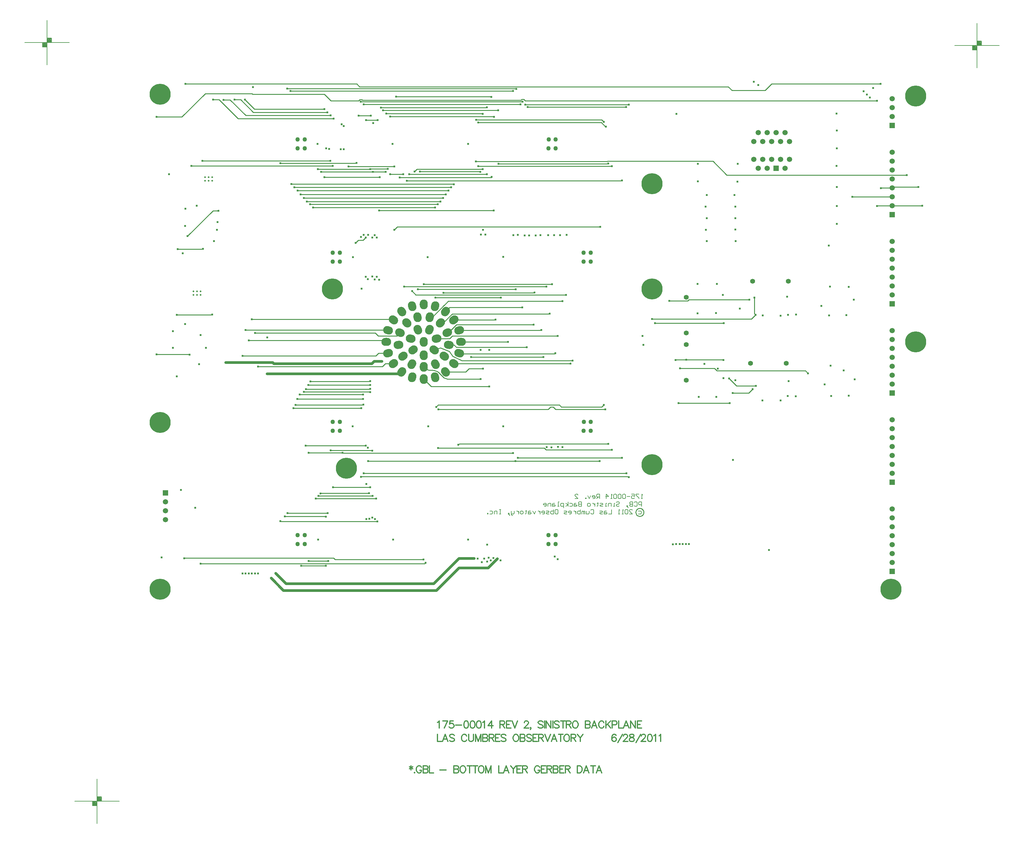
<source format=gbl>
%FSLAX23Y23*%
%MOIN*%
G70*
G01*
G75*
G04 Layer_Physical_Order=12*
G04 Layer_Color=16711680*
%ADD10R,0.037X0.035*%
%ADD11R,0.037X0.035*%
%ADD12R,0.043X0.085*%
%ADD13R,0.043X0.085*%
%ADD14R,0.138X0.085*%
%ADD15R,0.135X0.070*%
%ADD16R,0.100X0.100*%
%ADD17R,0.078X0.048*%
%ADD18R,0.050X0.050*%
%ADD19R,0.050X0.050*%
%ADD20R,0.209X0.079*%
%ADD21O,0.098X0.028*%
%ADD22R,0.016X0.085*%
%ADD23R,0.709X0.020*%
%ADD24O,0.028X0.098*%
%ADD25R,0.070X0.135*%
%ADD26C,0.010*%
%ADD27C,0.030*%
%ADD28C,0.050*%
%ADD29C,0.012*%
%ADD30C,0.008*%
%ADD31C,0.012*%
%ADD32C,0.012*%
%ADD33C,0.020*%
%ADD34C,0.050*%
G04:AMPARAMS|DCode=35|XSize=90mil|YSize=110mil|CornerRadius=0mil|HoleSize=0mil|Usage=FLASHONLY|Rotation=162.000|XOffset=0mil|YOffset=0mil|HoleType=Round|Shape=Round|*
%AMOVALD35*
21,1,0.020,0.090,0.000,0.000,252.0*
1,1,0.090,0.003,0.010*
1,1,0.090,-0.003,-0.010*
%
%ADD35OVALD35*%

G04:AMPARAMS|DCode=36|XSize=90mil|YSize=110mil|CornerRadius=0mil|HoleSize=0mil|Usage=FLASHONLY|Rotation=144.000|XOffset=0mil|YOffset=0mil|HoleType=Round|Shape=Round|*
%AMOVALD36*
21,1,0.020,0.090,0.000,0.000,234.0*
1,1,0.090,0.006,0.008*
1,1,0.090,-0.006,-0.008*
%
%ADD36OVALD36*%

G04:AMPARAMS|DCode=37|XSize=90mil|YSize=110mil|CornerRadius=0mil|HoleSize=0mil|Usage=FLASHONLY|Rotation=126.000|XOffset=0mil|YOffset=0mil|HoleType=Round|Shape=Round|*
%AMOVALD37*
21,1,0.020,0.090,0.000,0.000,216.0*
1,1,0.090,0.008,0.006*
1,1,0.090,-0.008,-0.006*
%
%ADD37OVALD37*%

G04:AMPARAMS|DCode=38|XSize=90mil|YSize=110mil|CornerRadius=0mil|HoleSize=0mil|Usage=FLASHONLY|Rotation=108.000|XOffset=0mil|YOffset=0mil|HoleType=Round|Shape=Round|*
%AMOVALD38*
21,1,0.020,0.090,0.000,0.000,198.0*
1,1,0.090,0.010,0.003*
1,1,0.090,-0.010,-0.003*
%
%ADD38OVALD38*%

%ADD39O,0.110X0.090*%
G04:AMPARAMS|DCode=40|XSize=90mil|YSize=110mil|CornerRadius=0mil|HoleSize=0mil|Usage=FLASHONLY|Rotation=72.000|XOffset=0mil|YOffset=0mil|HoleType=Round|Shape=Round|*
%AMOVALD40*
21,1,0.020,0.090,0.000,0.000,162.0*
1,1,0.090,0.010,-0.003*
1,1,0.090,-0.010,0.003*
%
%ADD40OVALD40*%

G04:AMPARAMS|DCode=41|XSize=90mil|YSize=110mil|CornerRadius=0mil|HoleSize=0mil|Usage=FLASHONLY|Rotation=54.000|XOffset=0mil|YOffset=0mil|HoleType=Round|Shape=Round|*
%AMOVALD41*
21,1,0.020,0.090,0.000,0.000,144.0*
1,1,0.090,0.008,-0.006*
1,1,0.090,-0.008,0.006*
%
%ADD41OVALD41*%

G04:AMPARAMS|DCode=42|XSize=90mil|YSize=110mil|CornerRadius=0mil|HoleSize=0mil|Usage=FLASHONLY|Rotation=36.000|XOffset=0mil|YOffset=0mil|HoleType=Round|Shape=Round|*
%AMOVALD42*
21,1,0.020,0.090,0.000,0.000,126.0*
1,1,0.090,0.006,-0.008*
1,1,0.090,-0.006,0.008*
%
%ADD42OVALD42*%

G04:AMPARAMS|DCode=43|XSize=90mil|YSize=110mil|CornerRadius=0mil|HoleSize=0mil|Usage=FLASHONLY|Rotation=18.000|XOffset=0mil|YOffset=0mil|HoleType=Round|Shape=Round|*
%AMOVALD43*
21,1,0.020,0.090,0.000,0.000,108.0*
1,1,0.090,0.003,-0.010*
1,1,0.090,-0.003,0.010*
%
%ADD43OVALD43*%

%ADD44O,0.090X0.110*%
G04:AMPARAMS|DCode=45|XSize=90mil|YSize=110mil|CornerRadius=0mil|HoleSize=0mil|Usage=FLASHONLY|Rotation=152.304|XOffset=0mil|YOffset=0mil|HoleType=Round|Shape=Round|*
%AMOVALD45*
21,1,0.020,0.090,0.000,0.000,242.3*
1,1,0.090,0.005,0.009*
1,1,0.090,-0.005,-0.009*
%
%ADD45OVALD45*%

G04:AMPARAMS|DCode=46|XSize=90mil|YSize=110mil|CornerRadius=0mil|HoleSize=0mil|Usage=FLASHONLY|Rotation=124.612|XOffset=0mil|YOffset=0mil|HoleType=Round|Shape=Round|*
%AMOVALD46*
21,1,0.020,0.090,0.000,0.000,214.6*
1,1,0.090,0.008,0.006*
1,1,0.090,-0.008,-0.006*
%
%ADD46OVALD46*%

G04:AMPARAMS|DCode=47|XSize=90mil|YSize=110mil|CornerRadius=0mil|HoleSize=0mil|Usage=FLASHONLY|Rotation=96.920|XOffset=0mil|YOffset=0mil|HoleType=Round|Shape=Round|*
%AMOVALD47*
21,1,0.020,0.090,0.000,0.000,186.9*
1,1,0.090,0.010,0.001*
1,1,0.090,-0.010,-0.001*
%
%ADD47OVALD47*%

G04:AMPARAMS|DCode=48|XSize=90mil|YSize=110mil|CornerRadius=0mil|HoleSize=0mil|Usage=FLASHONLY|Rotation=69.228|XOffset=0mil|YOffset=0mil|HoleType=Round|Shape=Round|*
%AMOVALD48*
21,1,0.020,0.090,0.000,0.000,159.2*
1,1,0.090,0.009,-0.004*
1,1,0.090,-0.009,0.004*
%
%ADD48OVALD48*%

G04:AMPARAMS|DCode=49|XSize=90mil|YSize=110mil|CornerRadius=0mil|HoleSize=0mil|Usage=FLASHONLY|Rotation=41.536|XOffset=0mil|YOffset=0mil|HoleType=Round|Shape=Round|*
%AMOVALD49*
21,1,0.020,0.090,0.000,0.000,131.5*
1,1,0.090,0.007,-0.007*
1,1,0.090,-0.007,0.007*
%
%ADD49OVALD49*%

G04:AMPARAMS|DCode=50|XSize=90mil|YSize=110mil|CornerRadius=0mil|HoleSize=0mil|Usage=FLASHONLY|Rotation=13.844|XOffset=0mil|YOffset=0mil|HoleType=Round|Shape=Round|*
%AMOVALD50*
21,1,0.020,0.090,0.000,0.000,103.8*
1,1,0.090,0.002,-0.010*
1,1,0.090,-0.002,0.010*
%
%ADD50OVALD50*%

G04:AMPARAMS|DCode=51|XSize=90mil|YSize=110mil|CornerRadius=0mil|HoleSize=0mil|Usage=FLASHONLY|Rotation=346.152|XOffset=0mil|YOffset=0mil|HoleType=Round|Shape=Round|*
%AMOVALD51*
21,1,0.020,0.090,0.000,0.000,76.2*
1,1,0.090,-0.002,-0.010*
1,1,0.090,0.002,0.010*
%
%ADD51OVALD51*%

G04:AMPARAMS|DCode=52|XSize=90mil|YSize=110mil|CornerRadius=0mil|HoleSize=0mil|Usage=FLASHONLY|Rotation=318.460|XOffset=0mil|YOffset=0mil|HoleType=Round|Shape=Round|*
%AMOVALD52*
21,1,0.020,0.090,0.000,0.000,48.5*
1,1,0.090,-0.007,-0.007*
1,1,0.090,0.007,0.007*
%
%ADD52OVALD52*%

G04:AMPARAMS|DCode=53|XSize=90mil|YSize=110mil|CornerRadius=0mil|HoleSize=0mil|Usage=FLASHONLY|Rotation=290.768|XOffset=0mil|YOffset=0mil|HoleType=Round|Shape=Round|*
%AMOVALD53*
21,1,0.020,0.090,0.000,0.000,20.8*
1,1,0.090,-0.009,-0.004*
1,1,0.090,0.009,0.004*
%
%ADD53OVALD53*%

G04:AMPARAMS|DCode=54|XSize=90mil|YSize=110mil|CornerRadius=0mil|HoleSize=0mil|Usage=FLASHONLY|Rotation=263.076|XOffset=0mil|YOffset=0mil|HoleType=Round|Shape=Round|*
%AMOVALD54*
21,1,0.020,0.090,0.000,0.000,353.1*
1,1,0.090,-0.010,0.001*
1,1,0.090,0.010,-0.001*
%
%ADD54OVALD54*%

G04:AMPARAMS|DCode=55|XSize=90mil|YSize=110mil|CornerRadius=0mil|HoleSize=0mil|Usage=FLASHONLY|Rotation=235.384|XOffset=0mil|YOffset=0mil|HoleType=Round|Shape=Round|*
%AMOVALD55*
21,1,0.020,0.090,0.000,0.000,325.4*
1,1,0.090,-0.008,0.006*
1,1,0.090,0.008,-0.006*
%
%ADD55OVALD55*%

G04:AMPARAMS|DCode=56|XSize=90mil|YSize=110mil|CornerRadius=0mil|HoleSize=0mil|Usage=FLASHONLY|Rotation=207.692|XOffset=0mil|YOffset=0mil|HoleType=Round|Shape=Round|*
%AMOVALD56*
21,1,0.020,0.090,0.000,0.000,297.7*
1,1,0.090,-0.005,0.009*
1,1,0.090,0.005,-0.009*
%
%ADD56OVALD56*%

G04:AMPARAMS|DCode=57|XSize=90mil|YSize=110mil|CornerRadius=0mil|HoleSize=0mil|Usage=FLASHONLY|Rotation=128.568|XOffset=0mil|YOffset=0mil|HoleType=Round|Shape=Round|*
%AMOVALD57*
21,1,0.020,0.090,0.000,0.000,218.6*
1,1,0.090,0.008,0.006*
1,1,0.090,-0.008,-0.006*
%
%ADD57OVALD57*%

G04:AMPARAMS|DCode=58|XSize=90mil|YSize=110mil|CornerRadius=0mil|HoleSize=0mil|Usage=FLASHONLY|Rotation=77.140|XOffset=0mil|YOffset=0mil|HoleType=Round|Shape=Round|*
%AMOVALD58*
21,1,0.020,0.090,0.000,0.000,167.1*
1,1,0.090,0.010,-0.002*
1,1,0.090,-0.010,0.002*
%
%ADD58OVALD58*%

G04:AMPARAMS|DCode=59|XSize=90mil|YSize=110mil|CornerRadius=0mil|HoleSize=0mil|Usage=FLASHONLY|Rotation=25.712|XOffset=0mil|YOffset=0mil|HoleType=Round|Shape=Round|*
%AMOVALD59*
21,1,0.020,0.090,0.000,0.000,115.7*
1,1,0.090,0.004,-0.009*
1,1,0.090,-0.004,0.009*
%
%ADD59OVALD59*%

G04:AMPARAMS|DCode=60|XSize=90mil|YSize=110mil|CornerRadius=0mil|HoleSize=0mil|Usage=FLASHONLY|Rotation=334.284|XOffset=0mil|YOffset=0mil|HoleType=Round|Shape=Round|*
%AMOVALD60*
21,1,0.020,0.090,0.000,0.000,64.3*
1,1,0.090,-0.004,-0.009*
1,1,0.090,0.004,0.009*
%
%ADD60OVALD60*%

G04:AMPARAMS|DCode=61|XSize=90mil|YSize=110mil|CornerRadius=0mil|HoleSize=0mil|Usage=FLASHONLY|Rotation=282.856|XOffset=0mil|YOffset=0mil|HoleType=Round|Shape=Round|*
%AMOVALD61*
21,1,0.020,0.090,0.000,0.000,12.9*
1,1,0.090,-0.010,-0.002*
1,1,0.090,0.010,0.002*
%
%ADD61OVALD61*%

G04:AMPARAMS|DCode=62|XSize=90mil|YSize=110mil|CornerRadius=0mil|HoleSize=0mil|Usage=FLASHONLY|Rotation=231.428|XOffset=0mil|YOffset=0mil|HoleType=Round|Shape=Round|*
%AMOVALD62*
21,1,0.020,0.090,0.000,0.000,321.4*
1,1,0.090,-0.008,0.006*
1,1,0.090,0.008,-0.006*
%
%ADD62OVALD62*%

%ADD63R,0.059X0.059*%
%ADD64C,0.059*%
%ADD65C,0.055*%
%ADD66C,0.236*%
%ADD67C,0.024*%
%ADD68C,0.040*%
%ADD69C,0.065*%
%ADD70C,0.110*%
G04:AMPARAMS|DCode=71|XSize=130mil|YSize=130mil|CornerRadius=0mil|HoleSize=0mil|Usage=FLASHONLY|Rotation=0.000|XOffset=0mil|YOffset=0mil|HoleType=Round|Shape=Relief|Width=10mil|Gap=10mil|Entries=4|*
%AMTHD71*
7,0,0,0.130,0.110,0.010,45*
%
%ADD71THD71*%
%ADD72C,0.079*%
G04:AMPARAMS|DCode=73|XSize=99.37mil|YSize=99.37mil|CornerRadius=0mil|HoleSize=0mil|Usage=FLASHONLY|Rotation=0.000|XOffset=0mil|YOffset=0mil|HoleType=Round|Shape=Relief|Width=10mil|Gap=10mil|Entries=4|*
%AMTHD73*
7,0,0,0.099,0.079,0.010,45*
%
%ADD73THD73*%
G04:AMPARAMS|DCode=74|XSize=95.433mil|YSize=95.433mil|CornerRadius=0mil|HoleSize=0mil|Usage=FLASHONLY|Rotation=0.000|XOffset=0mil|YOffset=0mil|HoleType=Round|Shape=Relief|Width=10mil|Gap=10mil|Entries=4|*
%AMTHD74*
7,0,0,0.095,0.075,0.010,45*
%
%ADD74THD74*%
%ADD75C,0.075*%
%ADD76C,0.073*%
G04:AMPARAMS|DCode=77|XSize=93.465mil|YSize=93.465mil|CornerRadius=0mil|HoleSize=0mil|Usage=FLASHONLY|Rotation=0.000|XOffset=0mil|YOffset=0mil|HoleType=Round|Shape=Relief|Width=10mil|Gap=10mil|Entries=4|*
%AMTHD77*
7,0,0,0.093,0.073,0.010,45*
%
%ADD77THD77*%
G04:AMPARAMS|DCode=78|XSize=85mil|YSize=85mil|CornerRadius=0mil|HoleSize=0mil|Usage=FLASHONLY|Rotation=0.000|XOffset=0mil|YOffset=0mil|HoleType=Round|Shape=Relief|Width=10mil|Gap=10mil|Entries=4|*
%AMTHD78*
7,0,0,0.085,0.065,0.010,45*
%
%ADD78THD78*%
%ADD79C,0.174*%
G04:AMPARAMS|DCode=80|XSize=70mil|YSize=70mil|CornerRadius=0mil|HoleSize=0mil|Usage=FLASHONLY|Rotation=0.000|XOffset=0mil|YOffset=0mil|HoleType=Round|Shape=Relief|Width=10mil|Gap=10mil|Entries=4|*
%AMTHD80*
7,0,0,0.070,0.050,0.010,45*
%
%ADD80THD80*%
D26*
X34623Y22311D02*
X34622Y22321D01*
X34619Y22330D01*
X34614Y22339D01*
X34606Y22346D01*
X34598Y22351D01*
X34589Y22354D01*
X34579Y22355D01*
X34569Y22354D01*
X34559Y22351D01*
X34551Y22346D01*
X34544Y22339D01*
X34538Y22330D01*
X34535Y22321D01*
X34534Y22311D01*
X34535Y22301D01*
X34538Y22291D01*
X34544Y22283D01*
X34551Y22276D01*
X34559Y22270D01*
X34569Y22267D01*
X34579Y22266D01*
X34589Y22267D01*
X34598Y22270D01*
X34606Y22276D01*
X34614Y22283D01*
X34619Y22291D01*
X34622Y22301D01*
X34623Y22311D01*
X32166Y23933D02*
X32173Y23926D01*
X32181Y23921D01*
X32189Y23916D01*
X32198Y23911D01*
X32207Y23908D01*
X32217Y23906D01*
X32227Y23904D01*
X32236Y23904D01*
X32372Y23832D02*
X32379Y23825D01*
X32387Y23819D01*
X32396Y23815D01*
X32405Y23811D01*
X32415Y23808D01*
X32424Y23806D01*
X32434Y23806D01*
X32329Y23874D02*
X32322Y23881D01*
X32314Y23887D01*
X32305Y23892D01*
X32296Y23896D01*
X32287Y23899D01*
X32278Y23902D01*
X32268Y23903D01*
X32258Y23904D01*
X29477Y21796D02*
X29480Y21799D01*
X31148D01*
X31166Y21781D01*
X32155D01*
X32404Y23885D02*
X32630D01*
X32666Y23921D01*
X32824D01*
X32236Y23904D02*
X32258D01*
X32158Y23940D02*
X32166Y23933D01*
X32434Y23806D02*
X32797D01*
X32329Y23874D02*
X32372Y23832D01*
X32158Y23805D02*
X32242Y23722D01*
X32893D01*
X32556Y24094D02*
X32562Y24088D01*
X33626D01*
X33632Y24094D01*
X32576Y24223D02*
X32579Y24221D01*
X33102D01*
X30979Y22495D02*
X31587D01*
X30554Y22209D02*
X31640D01*
X31406Y26226D02*
X31407Y26227D01*
X30553Y26226D02*
X31406D01*
X30552Y22211D02*
X30554Y22209D01*
X30626Y22301D02*
X31084D01*
X30627Y22302D02*
X30632D01*
X30626Y22301D02*
X30627Y22302D01*
X31063Y22264D02*
X31064Y22263D01*
X30604Y22264D02*
X31063D01*
X30628Y27062D02*
X33190D01*
X33195Y27057D01*
X30667Y27035D02*
X33160D01*
X31115Y23006D02*
X31117Y23004D01*
X31581D01*
X31584Y23002D01*
X31063Y21710D02*
X31064Y21711D01*
X30787Y21710D02*
X31063D01*
X30835Y23059D02*
X31509D01*
X31142Y22593D02*
X31561D01*
X31004Y22522D02*
X31006Y22524D01*
X31547D01*
X30950Y22464D02*
X31627D01*
X31045Y26068D02*
X31046Y26067D01*
X31666D01*
X31009Y26127D02*
X31589D01*
X30973Y26159D02*
X31561D01*
X34223Y26218D02*
X34227Y26222D01*
X32995Y26218D02*
X34223D01*
X34264Y26191D02*
X34266Y26193D01*
X32769Y26191D02*
X34264D01*
X34193Y26635D02*
X34201D01*
X34148Y26680D02*
X34193Y26635D01*
X32771Y26680D02*
X34148D01*
X34152Y26711D02*
X34176Y26687D01*
X32746Y26711D02*
X34152D01*
Y23492D02*
X34176Y23516D01*
X33529Y23013D02*
X34266D01*
X33510Y23032D02*
X33529Y23013D01*
X32321Y23032D02*
X33510D01*
X32558Y23078D02*
X34227D01*
X32547Y23067D02*
X32558Y23078D01*
X32321Y23514D02*
X33679D01*
X32298Y23491D02*
X32321Y23514D01*
X33701Y23492D02*
X34152D01*
X33679Y23514D02*
X33701Y23492D01*
X33636Y23466D02*
X34193D01*
X33610Y23492D02*
X33636Y23466D01*
X33579Y23492D02*
X33610D01*
X33553Y23466D02*
X33579Y23492D01*
X32324Y23466D02*
X33553D01*
X33212Y22921D02*
X33213Y22920D01*
X34380D01*
X34379Y26029D02*
X34380Y26030D01*
X31969Y26029D02*
X34379D01*
X31829Y25477D02*
X31863Y25511D01*
X34135D01*
X34128Y22885D02*
X34129Y22886D01*
X33186Y22885D02*
X34128D01*
X31536D02*
X33186D01*
X31248Y22979D02*
X31252Y22975D01*
X30871Y22977D02*
X31246D01*
X30871Y21764D02*
X30873Y21766D01*
X31089D01*
X31252Y22975D02*
X33161D01*
X31559Y23779D02*
X31560Y23780D01*
X30891Y23779D02*
X31559D01*
X30866Y23737D02*
X31559D01*
X31556Y23692D02*
X31559Y23695D01*
X30840Y23692D02*
X31556D01*
X30815Y23661D02*
X30816Y23662D01*
X31554D01*
X31559Y23657D01*
X30768Y23632D02*
X31479D01*
X30742Y23580D02*
X30743Y23581D01*
X31481D01*
X30724Y23515D02*
X31479D01*
X30698Y23478D02*
X31459D01*
X30676Y25990D02*
X32494D01*
X32495Y25989D01*
X30711Y25955D02*
X32464D01*
X32465Y25956D01*
X30746Y25917D02*
X32435D01*
X30781Y25876D02*
X32405D01*
X30817Y25835D02*
X32375D01*
X30816Y25834D02*
X30817Y25835D01*
X30851Y25795D02*
X32345D01*
X30886Y25765D02*
X32315D01*
X30921Y25727D02*
X32285D01*
X31590Y26128D02*
X31732D01*
X31562Y26160D02*
X31757D01*
X31561Y26159D02*
X31562Y26160D01*
X31783Y26102D02*
X31930D01*
X31931Y26103D01*
X31315Y26189D02*
X31828D01*
X31454Y26914D02*
X33265D01*
X33267Y26916D01*
X33244Y26886D02*
X33245Y26885D01*
X33242Y26886D02*
X33244D01*
X31486Y26885D02*
X33245D01*
X31513Y26707D02*
X31642D01*
X31678Y26849D02*
X32863D01*
X32865Y26851D01*
X31704Y26819D02*
X32990D01*
X32992Y26817D01*
X31739Y26780D02*
X32818D01*
X32819Y26779D01*
X31660Y25696D02*
X32943D01*
X31783Y26747D02*
X32943D01*
X32946Y26744D01*
X31851Y26970D02*
X32913D01*
X32916Y26967D01*
X31891Y26065D02*
X32915D01*
X32918Y26068D01*
Y26072D01*
X31995Y26100D02*
X32865D01*
X32867Y26102D01*
X32057Y26131D02*
X32084Y26158D01*
X32821D01*
X32115Y26130D02*
X32791D01*
X32794Y26127D01*
X31459Y22710D02*
X34449D01*
X34455Y22704D01*
X34453Y26883D02*
X34456Y26880D01*
X33295Y26881D02*
Y26883D01*
X34453D01*
X33322Y26854D02*
X34426D01*
X34427Y26855D01*
X31486Y22748D02*
X34428D01*
X31431Y26757D02*
X31565D01*
X31566Y26758D01*
X31396Y25332D02*
X31426Y25362D01*
X31478D01*
X31509Y25393D01*
X37405Y25748D02*
X37744D01*
X31441Y27083D02*
X35571D01*
X37414Y25957D02*
X37699D01*
X37405Y25948D02*
X37414Y25957D01*
X35099Y24020D02*
X35514D01*
X35515Y24019D01*
X35621Y23649D02*
X35799D01*
X35843Y23693D01*
X35664Y23729D02*
X35878D01*
X35581Y23812D02*
X35664Y23729D01*
X35862Y24538D02*
Y24717D01*
Y24538D02*
X35876Y24524D01*
X35013Y23534D02*
X35583D01*
X35585Y23536D01*
X34980Y24020D02*
X35099D01*
X34978Y24018D02*
X34980Y24020D01*
X35128Y24695D02*
X35807D01*
X35116Y24682D02*
X35128Y24695D01*
X34909Y24682D02*
X35116D01*
X34908Y24682D02*
X34909Y24682D01*
X35829Y24477D02*
X35876Y24524D01*
X34716Y24477D02*
X35829D01*
X34750Y24431D02*
X35520D01*
X35029Y23924D02*
X35415D01*
X35442Y23897D01*
X36435D01*
X36463Y23869D01*
X30157Y26937D02*
X30263Y26831D01*
X31045D01*
X30038Y26937D02*
X30108D01*
X30249Y26796D01*
X31080D01*
X29917Y26936D02*
X29990D01*
X30165Y26761D01*
X31115D01*
X30078Y26726D02*
X31150D01*
X29555Y26196D02*
X31140D01*
X29680Y26251D02*
X31114D01*
X31410Y27114D02*
X31441Y27083D01*
X29491Y27114D02*
X31410D01*
X35571Y27083D02*
X35612Y27042D01*
X35984D01*
X29799Y26937D02*
X29867D01*
X30078Y26726D01*
X31444Y26939D02*
X31465D01*
X31472Y26932D01*
X33248D01*
X33257Y26941D01*
X33278D01*
X33295Y26924D02*
X37237D01*
X31429D02*
X31444Y26939D01*
X33278Y26941D02*
X33295Y26924D01*
X31047Y26998D02*
X31121Y26924D01*
X31429D01*
X30243Y26998D02*
X31047D01*
X30235Y27006D02*
X30243Y26998D01*
X36961Y25848D02*
X37405D01*
X34216Y26246D02*
X34217Y26247D01*
X35399D01*
X35554Y26092D01*
X37569D01*
X37571Y26090D01*
X32744Y26246D02*
X34216D01*
X32170Y21736D02*
X32178Y21744D01*
X29659Y21736D02*
X32170D01*
X29165Y26744D02*
X29449D01*
X29712Y27006D01*
X30235D01*
X30129Y24066D02*
X31624D01*
X31652Y24094D01*
X31761D01*
X30164Y24354D02*
X31760D01*
X31761Y24353D01*
X30198Y24237D02*
X31727D01*
X31740Y24223D01*
X30233Y24475D02*
X31814D01*
X31820Y24469D01*
X30271Y24321D02*
X31617D01*
X31649Y24289D01*
X31858D01*
X31894Y24324D01*
X30304Y23946D02*
X31696D01*
X31728Y23978D01*
X31820D01*
X31938Y24840D02*
X33532D01*
X33534Y24842D01*
X32381Y24773D02*
X33396D01*
X33399Y24776D01*
X32275Y24130D02*
X32347Y24154D01*
X32447Y24116D01*
X32484Y24060D01*
X32587Y24010D01*
X33824D01*
X33825Y24011D01*
X32304Y24257D02*
X32450D01*
X32481Y24288D01*
X33658D01*
X32092Y24813D02*
X33188D01*
X33189Y24812D01*
X32029Y24790D02*
X32071Y24748D01*
X33752D01*
X32158Y24869D02*
X33596D01*
X32288Y24718D02*
X33023D01*
X32226Y24498D02*
X32255D01*
X32387Y24631D01*
X32388D01*
X32434Y24677D01*
X33714D01*
X32496Y23978D02*
X33801D01*
X33802Y23979D01*
X32690Y24053D02*
X33500D01*
X32439Y24189D02*
X32497D01*
X32525Y24162D01*
X33312D01*
X33475Y24354D02*
X33476Y24353D01*
X33475Y24354D02*
X33475D01*
X32556Y24353D02*
X33476D01*
X32527Y24414D02*
X32591D01*
X32591Y24414D01*
X32423Y24324D02*
X32436D01*
X32527Y24414D01*
X32591Y24414D02*
X33389D01*
X32496Y24469D02*
X32961D01*
X32963Y24471D01*
X32346Y24435D02*
X32377D01*
X32478Y24536D01*
X33567D01*
X33568Y24537D01*
X32404Y24562D02*
X32450Y24608D01*
X33264D01*
X29514Y25407D02*
X29799Y25692D01*
X29858D01*
X29404Y25263D02*
X29685D01*
X29686Y25264D01*
X29394Y24525D02*
X29788D01*
X29790Y24527D01*
X29166Y24082D02*
X29532D01*
X29536Y24078D01*
X37240Y25748D02*
X37405D01*
X37236Y25744D02*
X37240Y25748D01*
X37283Y25948D02*
X37405D01*
X37279Y25944D02*
X37283Y25948D01*
X36056Y27114D02*
X37279D01*
X35984Y27042D02*
X36056Y27114D01*
D27*
X31863Y23865D02*
X31874Y23866D01*
X31885Y23868D01*
X31895Y23872D01*
X31904Y23878D01*
X31912Y23885D01*
X32553Y21796D02*
X32724D01*
X32269Y21512D02*
X32553Y21796D01*
X32301Y21436D02*
X32553Y21688D01*
X32880D02*
X32984Y21792D01*
X30501Y21628D02*
X30617Y21512D01*
X30448Y21574D02*
X30586Y21436D01*
X32553Y21688D02*
X32880D01*
X30586Y21436D02*
X32301D01*
X30617Y21512D02*
X32269D01*
X30403Y23866D02*
X30404Y23865D01*
X30479Y23978D02*
X30480Y23978D01*
X31602Y24005D02*
X31688D01*
X31575Y23978D02*
X31602Y24005D01*
X30480Y23978D02*
X31575D01*
X30404Y23865D02*
X31863D01*
X29938Y23992D02*
X30466D01*
X30479Y23978D01*
D29*
X32017Y19469D02*
Y19423D01*
X31998Y19457D02*
X32036Y19434D01*
Y19457D02*
X31998Y19434D01*
X32056Y19396D02*
X32052Y19393D01*
X32056Y19389D01*
X32060Y19393D01*
X32056Y19396D01*
X32134Y19450D02*
X32130Y19457D01*
X32123Y19465D01*
X32115Y19469D01*
X32100D01*
X32092Y19465D01*
X32085Y19457D01*
X32081Y19450D01*
X32077Y19438D01*
Y19419D01*
X32081Y19408D01*
X32085Y19400D01*
X32092Y19393D01*
X32100Y19389D01*
X32115D01*
X32123Y19393D01*
X32130Y19400D01*
X32134Y19408D01*
Y19419D01*
X32115D02*
X32134D01*
X32153Y19469D02*
Y19389D01*
Y19469D02*
X32187D01*
X32198Y19465D01*
X32202Y19461D01*
X32206Y19453D01*
Y19446D01*
X32202Y19438D01*
X32198Y19434D01*
X32187Y19431D01*
X32153D02*
X32187D01*
X32198Y19427D01*
X32202Y19423D01*
X32206Y19415D01*
Y19404D01*
X32202Y19396D01*
X32198Y19393D01*
X32187Y19389D01*
X32153D01*
X32224Y19469D02*
Y19389D01*
X32269D01*
X32341Y19423D02*
X32410D01*
X32496Y19469D02*
Y19389D01*
Y19469D02*
X32530D01*
X32542Y19465D01*
X32546Y19461D01*
X32549Y19453D01*
Y19446D01*
X32546Y19438D01*
X32542Y19434D01*
X32530Y19431D01*
X32496D02*
X32530D01*
X32542Y19427D01*
X32546Y19423D01*
X32549Y19415D01*
Y19404D01*
X32546Y19396D01*
X32542Y19393D01*
X32530Y19389D01*
X32496D01*
X32590Y19469D02*
X32583Y19465D01*
X32575Y19457D01*
X32571Y19450D01*
X32567Y19438D01*
Y19419D01*
X32571Y19408D01*
X32575Y19400D01*
X32583Y19393D01*
X32590Y19389D01*
X32605D01*
X32613Y19393D01*
X32621Y19400D01*
X32624Y19408D01*
X32628Y19419D01*
Y19438D01*
X32624Y19450D01*
X32621Y19457D01*
X32613Y19465D01*
X32605Y19469D01*
X32590D01*
X32674D02*
Y19389D01*
X32647Y19469D02*
X32700D01*
X32736D02*
Y19389D01*
X32710Y19469D02*
X32763D01*
X32795D02*
X32788Y19465D01*
X32780Y19457D01*
X32776Y19450D01*
X32773Y19438D01*
Y19419D01*
X32776Y19408D01*
X32780Y19400D01*
X32788Y19393D01*
X32795Y19389D01*
X32811D01*
X32818Y19393D01*
X32826Y19400D01*
X32830Y19408D01*
X32834Y19419D01*
Y19438D01*
X32830Y19450D01*
X32826Y19457D01*
X32818Y19465D01*
X32811Y19469D01*
X32795D01*
X32852D02*
Y19389D01*
Y19469D02*
X32883Y19389D01*
X32913Y19469D02*
X32883Y19389D01*
X32913Y19469D02*
Y19389D01*
X32999Y19469D02*
Y19389D01*
X33045D01*
X33114D02*
X33084Y19469D01*
X33053Y19389D01*
X33065Y19415D02*
X33103D01*
X33133Y19469D02*
X33163Y19431D01*
Y19389D01*
X33194Y19469D02*
X33163Y19431D01*
X33254Y19469D02*
X33204D01*
Y19389D01*
X33254D01*
X33204Y19431D02*
X33235D01*
X33267Y19469D02*
Y19389D01*
Y19469D02*
X33301D01*
X33313Y19465D01*
X33317Y19461D01*
X33320Y19453D01*
Y19446D01*
X33317Y19438D01*
X33313Y19434D01*
X33301Y19431D01*
X33267D01*
X33294D02*
X33320Y19389D01*
X33458Y19450D02*
X33454Y19457D01*
X33447Y19465D01*
X33439Y19469D01*
X33424D01*
X33416Y19465D01*
X33409Y19457D01*
X33405Y19450D01*
X33401Y19438D01*
Y19419D01*
X33405Y19408D01*
X33409Y19400D01*
X33416Y19393D01*
X33424Y19389D01*
X33439D01*
X33447Y19393D01*
X33454Y19400D01*
X33458Y19408D01*
Y19419D01*
X33439D02*
X33458D01*
X33526Y19469D02*
X33476D01*
Y19389D01*
X33526D01*
X33476Y19431D02*
X33507D01*
X33539Y19469D02*
Y19389D01*
Y19469D02*
X33574D01*
X33585Y19465D01*
X33589Y19461D01*
X33593Y19453D01*
Y19446D01*
X33589Y19438D01*
X33585Y19434D01*
X33574Y19431D01*
X33539D01*
X33566D02*
X33593Y19389D01*
X33611Y19469D02*
Y19389D01*
Y19469D02*
X33645D01*
X33656Y19465D01*
X33660Y19461D01*
X33664Y19453D01*
Y19446D01*
X33660Y19438D01*
X33656Y19434D01*
X33645Y19431D01*
X33611D02*
X33645D01*
X33656Y19427D01*
X33660Y19423D01*
X33664Y19415D01*
Y19404D01*
X33660Y19396D01*
X33656Y19393D01*
X33645Y19389D01*
X33611D01*
X33731Y19469D02*
X33682D01*
Y19389D01*
X33731D01*
X33682Y19431D02*
X33712D01*
X33745Y19469D02*
Y19389D01*
Y19469D02*
X33779D01*
X33790Y19465D01*
X33794Y19461D01*
X33798Y19453D01*
Y19446D01*
X33794Y19438D01*
X33790Y19434D01*
X33779Y19431D01*
X33745D01*
X33771D02*
X33798Y19389D01*
X33879Y19469D02*
Y19389D01*
Y19469D02*
X33905D01*
X33917Y19465D01*
X33924Y19457D01*
X33928Y19450D01*
X33932Y19438D01*
Y19419D01*
X33928Y19408D01*
X33924Y19400D01*
X33917Y19393D01*
X33905Y19389D01*
X33879D01*
X34011D02*
X33980Y19469D01*
X33950Y19389D01*
X33961Y19415D02*
X33999D01*
X34056Y19469D02*
Y19389D01*
X34029Y19469D02*
X34083D01*
X34153Y19389D02*
X34123Y19469D01*
X34092Y19389D01*
X34104Y19415D02*
X34142D01*
D30*
X34611Y22464D02*
X34595D01*
X34603D01*
Y22514D01*
X34611Y22506D01*
X34570Y22514D02*
X34536D01*
Y22506D01*
X34570Y22472D01*
Y22464D01*
X34486Y22514D02*
X34520D01*
Y22489D01*
X34503Y22497D01*
X34495D01*
X34486Y22489D01*
Y22472D01*
X34495Y22464D01*
X34511D01*
X34520Y22472D01*
X34470Y22489D02*
X34436D01*
X34420Y22506D02*
X34411Y22514D01*
X34395D01*
X34386Y22506D01*
Y22472D01*
X34395Y22464D01*
X34411D01*
X34420Y22472D01*
Y22506D01*
X34370D02*
X34361Y22514D01*
X34345D01*
X34336Y22506D01*
Y22472D01*
X34345Y22464D01*
X34361D01*
X34370Y22472D01*
Y22506D01*
X34320D02*
X34311Y22514D01*
X34295D01*
X34287Y22506D01*
Y22472D01*
X34295Y22464D01*
X34311D01*
X34320Y22472D01*
Y22506D01*
X34270Y22464D02*
X34253D01*
X34262D01*
Y22514D01*
X34270Y22506D01*
X34203Y22464D02*
Y22514D01*
X34228Y22489D01*
X34195D01*
X34128Y22464D02*
Y22514D01*
X34103D01*
X34095Y22506D01*
Y22489D01*
X34103Y22481D01*
X34128D01*
X34112D02*
X34095Y22464D01*
X34053D02*
X34070D01*
X34078Y22472D01*
Y22489D01*
X34070Y22497D01*
X34053D01*
X34045Y22489D01*
Y22481D01*
X34078D01*
X34028Y22497D02*
X34012Y22464D01*
X33995Y22497D01*
X33978Y22464D02*
Y22472D01*
X33970D01*
Y22464D01*
X33978D01*
X33853D02*
X33887D01*
X33853Y22497D01*
Y22506D01*
X33862Y22514D01*
X33878D01*
X33887Y22506D01*
X34600Y22378D02*
Y22428D01*
X34575D01*
X34567Y22420D01*
Y22403D01*
X34575Y22395D01*
X34600D01*
X34517Y22420D02*
X34525Y22428D01*
X34542D01*
X34550Y22420D01*
Y22386D01*
X34542Y22378D01*
X34525D01*
X34517Y22386D01*
X34500Y22428D02*
Y22378D01*
X34475D01*
X34467Y22386D01*
Y22395D01*
X34475Y22403D01*
X34500D01*
X34475D01*
X34467Y22411D01*
Y22420D01*
X34475Y22428D01*
X34500D01*
X34442Y22370D02*
X34434Y22378D01*
Y22386D01*
X34442D01*
Y22378D01*
X34434D01*
X34442Y22370D01*
X34450Y22361D01*
X34317Y22420D02*
X34325Y22428D01*
X34342D01*
X34350Y22420D01*
Y22411D01*
X34342Y22403D01*
X34325D01*
X34317Y22395D01*
Y22386D01*
X34325Y22378D01*
X34342D01*
X34350Y22386D01*
X34300Y22378D02*
X34284D01*
X34292D01*
Y22411D01*
X34300D01*
X34259Y22378D02*
Y22411D01*
X34234D01*
X34226Y22403D01*
Y22378D01*
X34209D02*
X34192D01*
X34201D01*
Y22411D01*
X34209D01*
X34167Y22378D02*
X34142D01*
X34134Y22386D01*
X34142Y22395D01*
X34159D01*
X34167Y22403D01*
X34159Y22411D01*
X34134D01*
X34109Y22420D02*
Y22411D01*
X34117D01*
X34101D01*
X34109D01*
Y22386D01*
X34101Y22378D01*
X34076Y22411D02*
Y22378D01*
Y22395D01*
X34067Y22403D01*
X34059Y22411D01*
X34051D01*
X34017Y22378D02*
X34001D01*
X33992Y22386D01*
Y22403D01*
X34001Y22411D01*
X34017D01*
X34026Y22403D01*
Y22386D01*
X34017Y22378D01*
X33926Y22428D02*
Y22378D01*
X33901D01*
X33892Y22386D01*
Y22395D01*
X33901Y22403D01*
X33926D01*
X33901D01*
X33892Y22411D01*
Y22420D01*
X33901Y22428D01*
X33926D01*
X33867Y22411D02*
X33851D01*
X33842Y22403D01*
Y22378D01*
X33867D01*
X33876Y22386D01*
X33867Y22395D01*
X33842D01*
X33792Y22411D02*
X33817D01*
X33826Y22403D01*
Y22386D01*
X33817Y22378D01*
X33792D01*
X33776D02*
Y22428D01*
Y22395D02*
X33751Y22411D01*
X33776Y22395D02*
X33751Y22378D01*
X33726Y22361D02*
Y22411D01*
X33701D01*
X33692Y22403D01*
Y22386D01*
X33701Y22378D01*
X33726D01*
X33676D02*
X33659D01*
X33667D01*
Y22428D01*
X33676D01*
X33626Y22411D02*
X33609D01*
X33601Y22403D01*
Y22378D01*
X33626D01*
X33634Y22386D01*
X33626Y22395D01*
X33601D01*
X33584Y22378D02*
Y22411D01*
X33559D01*
X33551Y22403D01*
Y22378D01*
X33509D02*
X33526D01*
X33534Y22386D01*
Y22403D01*
X33526Y22411D01*
X33509D01*
X33501Y22403D01*
Y22395D01*
X33534D01*
X34564Y22325D02*
X34589D01*
X34597Y22317D01*
Y22300D01*
X34589Y22292D01*
X34564D01*
X34464D02*
X34497D01*
X34464Y22325D01*
Y22334D01*
X34472Y22342D01*
X34489D01*
X34497Y22334D01*
X34447D02*
X34439Y22342D01*
X34422D01*
X34414Y22334D01*
Y22300D01*
X34422Y22292D01*
X34439D01*
X34447Y22300D01*
Y22334D01*
X34397Y22292D02*
X34381D01*
X34389D01*
Y22342D01*
X34397Y22334D01*
X34356Y22292D02*
X34339D01*
X34347D01*
Y22342D01*
X34356Y22334D01*
X34264Y22342D02*
Y22292D01*
X34231D01*
X34206Y22325D02*
X34189D01*
X34181Y22317D01*
Y22292D01*
X34206D01*
X34214Y22300D01*
X34206Y22309D01*
X34181D01*
X34164Y22292D02*
X34139D01*
X34131Y22300D01*
X34139Y22309D01*
X34156D01*
X34164Y22317D01*
X34156Y22325D01*
X34131D01*
X34031Y22334D02*
X34039Y22342D01*
X34056D01*
X34064Y22334D01*
Y22300D01*
X34056Y22292D01*
X34039D01*
X34031Y22300D01*
X34014Y22325D02*
Y22300D01*
X34006Y22292D01*
X33981D01*
Y22325D01*
X33964Y22292D02*
Y22325D01*
X33956D01*
X33948Y22317D01*
Y22292D01*
Y22317D01*
X33939Y22325D01*
X33931Y22317D01*
Y22292D01*
X33914Y22342D02*
Y22292D01*
X33889D01*
X33881Y22300D01*
Y22309D01*
Y22317D01*
X33889Y22325D01*
X33914D01*
X33864D02*
Y22292D01*
Y22309D01*
X33856Y22317D01*
X33848Y22325D01*
X33839D01*
X33789Y22292D02*
X33806D01*
X33814Y22300D01*
Y22317D01*
X33806Y22325D01*
X33789D01*
X33781Y22317D01*
Y22309D01*
X33814D01*
X33764Y22292D02*
X33739D01*
X33731Y22300D01*
X33739Y22309D01*
X33756D01*
X33764Y22317D01*
X33756Y22325D01*
X33731D01*
X33639Y22342D02*
X33656D01*
X33664Y22334D01*
Y22300D01*
X33656Y22292D01*
X33639D01*
X33631Y22300D01*
Y22334D01*
X33639Y22342D01*
X33614D02*
Y22292D01*
X33589D01*
X33581Y22300D01*
Y22309D01*
Y22317D01*
X33589Y22325D01*
X33614D01*
X33564Y22292D02*
X33539D01*
X33531Y22300D01*
X33539Y22309D01*
X33556D01*
X33564Y22317D01*
X33556Y22325D01*
X33531D01*
X33489Y22292D02*
X33506D01*
X33514Y22300D01*
Y22317D01*
X33506Y22325D01*
X33489D01*
X33481Y22317D01*
Y22309D01*
X33514D01*
X33464Y22325D02*
Y22292D01*
Y22309D01*
X33456Y22317D01*
X33448Y22325D01*
X33439D01*
X33414D02*
X33398Y22292D01*
X33381Y22325D01*
X33356D02*
X33339D01*
X33331Y22317D01*
Y22292D01*
X33356D01*
X33364Y22300D01*
X33356Y22309D01*
X33331D01*
X33306Y22334D02*
Y22325D01*
X33314D01*
X33298D01*
X33306D01*
Y22300D01*
X33298Y22292D01*
X33264D02*
X33248D01*
X33240Y22300D01*
Y22317D01*
X33248Y22325D01*
X33264D01*
X33273Y22317D01*
Y22300D01*
X33264Y22292D01*
X33223Y22325D02*
Y22292D01*
Y22309D01*
X33215Y22317D01*
X33206Y22325D01*
X33198D01*
X33173D02*
Y22300D01*
X33165Y22292D01*
X33140D01*
Y22284D01*
X33148Y22275D01*
X33156D01*
X33140Y22292D02*
Y22325D01*
X33115Y22284D02*
X33106Y22292D01*
Y22300D01*
X33115D01*
Y22292D01*
X33106D01*
X33115Y22284D01*
X33123Y22275D01*
X33023Y22342D02*
X33006D01*
X33015D01*
Y22292D01*
X33023D01*
X33006D01*
X32981D02*
Y22325D01*
X32956D01*
X32948Y22317D01*
Y22292D01*
X32898Y22325D02*
X32923D01*
X32931Y22317D01*
Y22300D01*
X32923Y22292D01*
X32898D01*
X32881D02*
Y22300D01*
X32873D01*
Y22292D01*
X32881D01*
X28249Y19071D02*
X28749D01*
X28499Y18821D02*
Y19321D01*
X28549Y19071D02*
Y19121D01*
X28499D02*
X28549D01*
X28449Y19021D02*
Y19071D01*
Y19021D02*
X28499D01*
X28454Y19066D02*
X28494D01*
X28454Y19026D02*
Y19066D01*
Y19026D02*
X28494D01*
Y19066D01*
X28459Y19061D02*
X28489D01*
X28459Y19031D02*
Y19061D01*
Y19031D02*
X28489D01*
Y19056D01*
X28464D02*
X28484D01*
X28464Y19036D02*
Y19056D01*
Y19036D02*
X28484D01*
Y19051D01*
X28469D02*
X28479D01*
X28469Y19041D02*
Y19051D01*
Y19041D02*
X28479D01*
Y19051D01*
X28469Y19046D02*
X28479D01*
X28504Y19116D02*
X28544D01*
X28504Y19076D02*
Y19116D01*
Y19076D02*
X28544D01*
Y19116D01*
X28509Y19111D02*
X28539D01*
X28509Y19081D02*
Y19111D01*
Y19081D02*
X28539D01*
Y19106D01*
X28514D02*
X28534D01*
X28514Y19086D02*
Y19106D01*
Y19086D02*
X28534D01*
Y19101D01*
X28519D02*
X28529D01*
X28519Y19091D02*
Y19101D01*
Y19091D02*
X28529D01*
Y19101D01*
X28519Y19096D02*
X28529D01*
X27690Y27577D02*
X28190D01*
X27940Y27327D02*
Y27827D01*
X27990Y27577D02*
Y27627D01*
X27940D02*
X27990D01*
X27890Y27527D02*
Y27577D01*
Y27527D02*
X27940D01*
X27895Y27572D02*
X27935D01*
X27895Y27532D02*
Y27572D01*
Y27532D02*
X27935D01*
Y27572D01*
X27900Y27567D02*
X27930D01*
X27900Y27537D02*
Y27567D01*
Y27537D02*
X27930D01*
Y27562D01*
X27905D02*
X27925D01*
X27905Y27542D02*
Y27562D01*
Y27542D02*
X27925D01*
Y27557D01*
X27910D02*
X27920D01*
X27910Y27547D02*
Y27557D01*
Y27547D02*
X27920D01*
Y27557D01*
X27910Y27552D02*
X27920D01*
X27945Y27622D02*
X27985D01*
X27945Y27582D02*
Y27622D01*
Y27582D02*
X27985D01*
Y27622D01*
X27950Y27617D02*
X27980D01*
X27950Y27587D02*
Y27617D01*
Y27587D02*
X27980D01*
Y27612D01*
X27955D02*
X27975D01*
X27955Y27592D02*
Y27612D01*
Y27592D02*
X27975D01*
Y27607D01*
X27960D02*
X27970D01*
X27960Y27597D02*
Y27607D01*
Y27597D02*
X27970D01*
Y27607D01*
X27960Y27602D02*
X27970D01*
X38105Y27544D02*
X38605D01*
X38355Y27294D02*
Y27794D01*
X38405Y27544D02*
Y27594D01*
X38355D02*
X38405D01*
X38305Y27494D02*
Y27544D01*
Y27494D02*
X38355D01*
X38310Y27539D02*
X38350D01*
X38310Y27499D02*
Y27539D01*
Y27499D02*
X38350D01*
Y27539D01*
X38315Y27534D02*
X38345D01*
X38315Y27504D02*
Y27534D01*
Y27504D02*
X38345D01*
Y27529D01*
X38320D02*
X38340D01*
X38320Y27509D02*
Y27529D01*
Y27509D02*
X38340D01*
Y27524D01*
X38325D02*
X38335D01*
X38325Y27514D02*
Y27524D01*
Y27514D02*
X38335D01*
Y27524D01*
X38325Y27519D02*
X38335D01*
X38360Y27589D02*
X38400D01*
X38360Y27549D02*
Y27589D01*
Y27549D02*
X38400D01*
Y27589D01*
X38365Y27584D02*
X38395D01*
X38365Y27554D02*
Y27584D01*
Y27554D02*
X38395D01*
Y27579D01*
X38370D02*
X38390D01*
X38370Y27559D02*
Y27579D01*
Y27559D02*
X38390D01*
Y27574D01*
X38375D02*
X38385D01*
X38375Y27564D02*
Y27574D01*
Y27564D02*
X38385D01*
Y27574D01*
X38375Y27569D02*
X38385D01*
D31*
X32314Y19955D02*
X32322Y19959D01*
X32333Y19970D01*
Y19890D01*
X32426Y19970D02*
X32388Y19890D01*
X32373Y19970D02*
X32426D01*
X32490D02*
X32452D01*
X32448Y19936D01*
X32452Y19940D01*
X32463Y19944D01*
X32475D01*
X32486Y19940D01*
X32494Y19932D01*
X32498Y19921D01*
Y19913D01*
X32494Y19902D01*
X32486Y19894D01*
X32475Y19890D01*
X32463D01*
X32452Y19894D01*
X32448Y19898D01*
X32444Y19906D01*
X32516Y19925D02*
X32584D01*
X32631Y19970D02*
X32619Y19967D01*
X32612Y19955D01*
X32608Y19936D01*
Y19925D01*
X32612Y19906D01*
X32619Y19894D01*
X32631Y19890D01*
X32638D01*
X32650Y19894D01*
X32657Y19906D01*
X32661Y19925D01*
Y19936D01*
X32657Y19955D01*
X32650Y19967D01*
X32638Y19970D01*
X32631D01*
X32702D02*
X32690Y19967D01*
X32683Y19955D01*
X32679Y19936D01*
Y19925D01*
X32683Y19906D01*
X32690Y19894D01*
X32702Y19890D01*
X32709D01*
X32721Y19894D01*
X32728Y19906D01*
X32732Y19925D01*
Y19936D01*
X32728Y19955D01*
X32721Y19967D01*
X32709Y19970D01*
X32702D01*
X32773D02*
X32762Y19967D01*
X32754Y19955D01*
X32750Y19936D01*
Y19925D01*
X32754Y19906D01*
X32762Y19894D01*
X32773Y19890D01*
X32781D01*
X32792Y19894D01*
X32800Y19906D01*
X32803Y19925D01*
Y19936D01*
X32800Y19955D01*
X32792Y19967D01*
X32781Y19970D01*
X32773D01*
X32821Y19955D02*
X32829Y19959D01*
X32840Y19970D01*
Y19890D01*
X32918Y19970D02*
X32880Y19917D01*
X32937D01*
X32918Y19970D02*
Y19890D01*
X33014Y19970D02*
Y19890D01*
Y19970D02*
X33048D01*
X33060Y19967D01*
X33064Y19963D01*
X33067Y19955D01*
Y19948D01*
X33064Y19940D01*
X33060Y19936D01*
X33048Y19932D01*
X33014D01*
X33041D02*
X33067Y19890D01*
X33135Y19970D02*
X33085D01*
Y19890D01*
X33135D01*
X33085Y19932D02*
X33116D01*
X33148Y19970D02*
X33179Y19890D01*
X33209Y19970D02*
X33179Y19890D01*
X33286Y19951D02*
Y19955D01*
X33290Y19963D01*
X33294Y19967D01*
X33301Y19970D01*
X33317D01*
X33324Y19967D01*
X33328Y19963D01*
X33332Y19955D01*
Y19948D01*
X33328Y19940D01*
X33320Y19929D01*
X33282Y19890D01*
X33336D01*
X33361Y19894D02*
X33357Y19890D01*
X33353Y19894D01*
X33357Y19898D01*
X33361Y19894D01*
Y19887D01*
X33357Y19879D01*
X33353Y19875D01*
X33495Y19959D02*
X33487Y19967D01*
X33476Y19970D01*
X33460D01*
X33449Y19967D01*
X33441Y19959D01*
Y19951D01*
X33445Y19944D01*
X33449Y19940D01*
X33457Y19936D01*
X33480Y19929D01*
X33487Y19925D01*
X33491Y19921D01*
X33495Y19913D01*
Y19902D01*
X33487Y19894D01*
X33476Y19890D01*
X33460D01*
X33449Y19894D01*
X33441Y19902D01*
X33513Y19970D02*
Y19890D01*
X33529Y19970D02*
Y19890D01*
Y19970D02*
X33583Y19890D01*
Y19970D02*
Y19890D01*
X33605Y19970D02*
Y19890D01*
X33675Y19959D02*
X33667Y19967D01*
X33656Y19970D01*
X33641D01*
X33629Y19967D01*
X33622Y19959D01*
Y19951D01*
X33625Y19944D01*
X33629Y19940D01*
X33637Y19936D01*
X33660Y19929D01*
X33667Y19925D01*
X33671Y19921D01*
X33675Y19913D01*
Y19902D01*
X33667Y19894D01*
X33656Y19890D01*
X33641D01*
X33629Y19894D01*
X33622Y19902D01*
X33719Y19970D02*
Y19890D01*
X33693Y19970D02*
X33746D01*
X33756D02*
Y19890D01*
Y19970D02*
X33790D01*
X33801Y19967D01*
X33805Y19963D01*
X33809Y19955D01*
Y19948D01*
X33805Y19940D01*
X33801Y19936D01*
X33790Y19932D01*
X33756D01*
X33782D02*
X33809Y19890D01*
X33850Y19970D02*
X33842Y19967D01*
X33834Y19959D01*
X33831Y19951D01*
X33827Y19940D01*
Y19921D01*
X33831Y19910D01*
X33834Y19902D01*
X33842Y19894D01*
X33850Y19890D01*
X33865D01*
X33873Y19894D01*
X33880Y19902D01*
X33884Y19910D01*
X33888Y19921D01*
Y19940D01*
X33884Y19951D01*
X33880Y19959D01*
X33873Y19967D01*
X33865Y19970D01*
X33850D01*
X33969D02*
Y19890D01*
Y19970D02*
X34004D01*
X34015Y19967D01*
X34019Y19963D01*
X34023Y19955D01*
Y19948D01*
X34019Y19940D01*
X34015Y19936D01*
X34004Y19932D01*
X33969D02*
X34004D01*
X34015Y19929D01*
X34019Y19925D01*
X34023Y19917D01*
Y19906D01*
X34019Y19898D01*
X34015Y19894D01*
X34004Y19890D01*
X33969D01*
X34101D02*
X34071Y19970D01*
X34041Y19890D01*
X34052Y19917D02*
X34090D01*
X34177Y19951D02*
X34173Y19959D01*
X34166Y19967D01*
X34158Y19970D01*
X34143D01*
X34135Y19967D01*
X34128Y19959D01*
X34124Y19951D01*
X34120Y19940D01*
Y19921D01*
X34124Y19910D01*
X34128Y19902D01*
X34135Y19894D01*
X34143Y19890D01*
X34158D01*
X34166Y19894D01*
X34173Y19902D01*
X34177Y19910D01*
X34200Y19970D02*
Y19890D01*
X34253Y19970D02*
X34200Y19917D01*
X34219Y19936D02*
X34253Y19890D01*
X34271Y19929D02*
X34305D01*
X34317Y19932D01*
X34320Y19936D01*
X34324Y19944D01*
Y19955D01*
X34320Y19963D01*
X34317Y19967D01*
X34305Y19970D01*
X34271D01*
Y19890D01*
X34342Y19970D02*
Y19890D01*
X34388D01*
X34458D02*
X34427Y19970D01*
X34397Y19890D01*
X34408Y19917D02*
X34446D01*
X34476Y19970D02*
Y19890D01*
Y19970D02*
X34530Y19890D01*
Y19970D02*
Y19890D01*
X34601Y19970D02*
X34552D01*
Y19890D01*
X34601D01*
X34552Y19932D02*
X34582D01*
D32*
X32314Y19820D02*
Y19740D01*
X32360D01*
X32430D02*
X32399Y19820D01*
X32369Y19740D01*
X32380Y19767D02*
X32418D01*
X32502Y19809D02*
X32494Y19817D01*
X32483Y19820D01*
X32468D01*
X32456Y19817D01*
X32448Y19809D01*
Y19801D01*
X32452Y19794D01*
X32456Y19790D01*
X32464Y19786D01*
X32487Y19779D01*
X32494Y19775D01*
X32498Y19771D01*
X32502Y19763D01*
Y19752D01*
X32494Y19744D01*
X32483Y19740D01*
X32468D01*
X32456Y19744D01*
X32448Y19752D01*
X32640Y19801D02*
X32636Y19809D01*
X32628Y19817D01*
X32621Y19820D01*
X32605D01*
X32598Y19817D01*
X32590Y19809D01*
X32586Y19801D01*
X32583Y19790D01*
Y19771D01*
X32586Y19759D01*
X32590Y19752D01*
X32598Y19744D01*
X32605Y19740D01*
X32621D01*
X32628Y19744D01*
X32636Y19752D01*
X32640Y19759D01*
X32662Y19820D02*
Y19763D01*
X32666Y19752D01*
X32674Y19744D01*
X32685Y19740D01*
X32693D01*
X32704Y19744D01*
X32712Y19752D01*
X32715Y19763D01*
Y19820D01*
X32738D02*
Y19740D01*
Y19820D02*
X32768Y19740D01*
X32799Y19820D02*
X32768Y19740D01*
X32799Y19820D02*
Y19740D01*
X32821Y19820D02*
Y19740D01*
Y19820D02*
X32856D01*
X32867Y19817D01*
X32871Y19813D01*
X32875Y19805D01*
Y19798D01*
X32871Y19790D01*
X32867Y19786D01*
X32856Y19782D01*
X32821D02*
X32856D01*
X32867Y19779D01*
X32871Y19775D01*
X32875Y19767D01*
Y19756D01*
X32871Y19748D01*
X32867Y19744D01*
X32856Y19740D01*
X32821D01*
X32893Y19820D02*
Y19740D01*
Y19820D02*
X32927D01*
X32938Y19817D01*
X32942Y19813D01*
X32946Y19805D01*
Y19798D01*
X32942Y19790D01*
X32938Y19786D01*
X32927Y19782D01*
X32893D01*
X32919D02*
X32946Y19740D01*
X33013Y19820D02*
X32964D01*
Y19740D01*
X33013D01*
X32964Y19782D02*
X32994D01*
X33080Y19809D02*
X33072Y19817D01*
X33061Y19820D01*
X33046D01*
X33034Y19817D01*
X33027Y19809D01*
Y19801D01*
X33030Y19794D01*
X33034Y19790D01*
X33042Y19786D01*
X33065Y19779D01*
X33072Y19775D01*
X33076Y19771D01*
X33080Y19763D01*
Y19752D01*
X33072Y19744D01*
X33061Y19740D01*
X33046D01*
X33034Y19744D01*
X33027Y19752D01*
X33184Y19820D02*
X33176Y19817D01*
X33168Y19809D01*
X33165Y19801D01*
X33161Y19790D01*
Y19771D01*
X33165Y19759D01*
X33168Y19752D01*
X33176Y19744D01*
X33184Y19740D01*
X33199D01*
X33206Y19744D01*
X33214Y19752D01*
X33218Y19759D01*
X33222Y19771D01*
Y19790D01*
X33218Y19801D01*
X33214Y19809D01*
X33206Y19817D01*
X33199Y19820D01*
X33184D01*
X33240D02*
Y19740D01*
Y19820D02*
X33275D01*
X33286Y19817D01*
X33290Y19813D01*
X33294Y19805D01*
Y19798D01*
X33290Y19790D01*
X33286Y19786D01*
X33275Y19782D01*
X33240D02*
X33275D01*
X33286Y19779D01*
X33290Y19775D01*
X33294Y19767D01*
Y19756D01*
X33290Y19748D01*
X33286Y19744D01*
X33275Y19740D01*
X33240D01*
X33365Y19809D02*
X33357Y19817D01*
X33346Y19820D01*
X33331D01*
X33319Y19817D01*
X33312Y19809D01*
Y19801D01*
X33315Y19794D01*
X33319Y19790D01*
X33327Y19786D01*
X33350Y19779D01*
X33357Y19775D01*
X33361Y19771D01*
X33365Y19763D01*
Y19752D01*
X33357Y19744D01*
X33346Y19740D01*
X33331D01*
X33319Y19744D01*
X33312Y19752D01*
X33432Y19820D02*
X33383D01*
Y19740D01*
X33432D01*
X33383Y19782D02*
X33413D01*
X33446Y19820D02*
Y19740D01*
Y19820D02*
X33480D01*
X33491Y19817D01*
X33495Y19813D01*
X33499Y19805D01*
Y19798D01*
X33495Y19790D01*
X33491Y19786D01*
X33480Y19782D01*
X33446D01*
X33472D02*
X33499Y19740D01*
X33517Y19820D02*
X33547Y19740D01*
X33578Y19820D02*
X33547Y19740D01*
X33649D02*
X33619Y19820D01*
X33588Y19740D01*
X33599Y19767D02*
X33638D01*
X33694Y19820D02*
Y19740D01*
X33668Y19820D02*
X33721D01*
X33753D02*
X33746Y19817D01*
X33738Y19809D01*
X33734Y19801D01*
X33731Y19790D01*
Y19771D01*
X33734Y19759D01*
X33738Y19752D01*
X33746Y19744D01*
X33753Y19740D01*
X33769D01*
X33776Y19744D01*
X33784Y19752D01*
X33788Y19759D01*
X33791Y19771D01*
Y19790D01*
X33788Y19801D01*
X33784Y19809D01*
X33776Y19817D01*
X33769Y19820D01*
X33753D01*
X33810D02*
Y19740D01*
Y19820D02*
X33844D01*
X33856Y19817D01*
X33860Y19813D01*
X33863Y19805D01*
Y19798D01*
X33860Y19790D01*
X33856Y19786D01*
X33844Y19782D01*
X33810D01*
X33837D02*
X33863Y19740D01*
X33881Y19820D02*
X33912Y19782D01*
Y19740D01*
X33942Y19820D02*
X33912Y19782D01*
X34312Y19809D02*
X34309Y19817D01*
X34297Y19820D01*
X34290D01*
X34278Y19817D01*
X34271Y19805D01*
X34267Y19786D01*
Y19767D01*
X34271Y19752D01*
X34278Y19744D01*
X34290Y19740D01*
X34293D01*
X34305Y19744D01*
X34312Y19752D01*
X34316Y19763D01*
Y19767D01*
X34312Y19779D01*
X34305Y19786D01*
X34293Y19790D01*
X34290D01*
X34278Y19786D01*
X34271Y19779D01*
X34267Y19767D01*
X34334Y19729D02*
X34387Y19820D01*
X34396Y19801D02*
Y19805D01*
X34400Y19813D01*
X34404Y19817D01*
X34412Y19820D01*
X34427D01*
X34434Y19817D01*
X34438Y19813D01*
X34442Y19805D01*
Y19798D01*
X34438Y19790D01*
X34431Y19779D01*
X34392Y19740D01*
X34446D01*
X34483Y19820D02*
X34471Y19817D01*
X34467Y19809D01*
Y19801D01*
X34471Y19794D01*
X34479Y19790D01*
X34494Y19786D01*
X34506Y19782D01*
X34513Y19775D01*
X34517Y19767D01*
Y19756D01*
X34513Y19748D01*
X34509Y19744D01*
X34498Y19740D01*
X34483D01*
X34471Y19744D01*
X34467Y19748D01*
X34464Y19756D01*
Y19767D01*
X34467Y19775D01*
X34475Y19782D01*
X34487Y19786D01*
X34502Y19790D01*
X34509Y19794D01*
X34513Y19801D01*
Y19809D01*
X34509Y19817D01*
X34498Y19820D01*
X34483D01*
X34535Y19729D02*
X34588Y19820D01*
X34597Y19801D02*
Y19805D01*
X34601Y19813D01*
X34605Y19817D01*
X34613Y19820D01*
X34628D01*
X34635Y19817D01*
X34639Y19813D01*
X34643Y19805D01*
Y19798D01*
X34639Y19790D01*
X34632Y19779D01*
X34594Y19740D01*
X34647D01*
X34688Y19820D02*
X34676Y19817D01*
X34669Y19805D01*
X34665Y19786D01*
Y19775D01*
X34669Y19756D01*
X34676Y19744D01*
X34688Y19740D01*
X34695D01*
X34707Y19744D01*
X34714Y19756D01*
X34718Y19775D01*
Y19786D01*
X34714Y19805D01*
X34707Y19817D01*
X34695Y19820D01*
X34688D01*
X34736Y19805D02*
X34744Y19809D01*
X34755Y19820D01*
Y19740D01*
X34795Y19805D02*
X34802Y19809D01*
X34814Y19820D01*
Y19740D01*
D33*
X29709Y26029D02*
D03*
X29749D02*
D03*
X29788D02*
D03*
Y26069D02*
D03*
X29749D02*
D03*
X29709D02*
D03*
X29579Y24749D02*
D03*
X29619D02*
D03*
X29658D02*
D03*
Y24789D02*
D03*
X29619D02*
D03*
X29579D02*
D03*
D34*
X30827Y26393D02*
D03*
Y26493D02*
D03*
X30747D02*
D03*
Y26393D02*
D03*
X33637D02*
D03*
X33557D02*
D03*
X33558Y26493D02*
D03*
X33637D02*
D03*
X30747Y21955D02*
D03*
X30827D02*
D03*
X30827Y22055D02*
D03*
X30747D02*
D03*
X33637D02*
D03*
Y21955D02*
D03*
X33557D02*
D03*
Y22055D02*
D03*
X33951Y25223D02*
D03*
Y25123D02*
D03*
X34031D02*
D03*
Y25223D02*
D03*
X31141D02*
D03*
X31221D02*
D03*
X31221Y25123D02*
D03*
X31141D02*
D03*
X34031Y23325D02*
D03*
X33952D02*
D03*
X33951Y23225D02*
D03*
X34031D02*
D03*
X31141D02*
D03*
Y23325D02*
D03*
X31221D02*
D03*
Y23225D02*
D03*
D35*
X32029Y23826D02*
D03*
X32287Y24621D02*
D03*
D36*
X31912Y23885D02*
D03*
X32404Y24562D02*
D03*
D37*
X31820Y23978D02*
D03*
X32496Y24469D02*
D03*
D38*
X31761Y24094D02*
D03*
X32556Y24353D02*
D03*
D39*
X31740Y24223D02*
D03*
X32576D02*
D03*
D40*
X31761Y24353D02*
D03*
X32556Y24094D02*
D03*
D41*
X31820Y24469D02*
D03*
X32496Y23978D02*
D03*
D42*
X31912Y24562D02*
D03*
X32404Y23885D02*
D03*
D43*
X32029Y24621D02*
D03*
X32287Y23826D02*
D03*
D44*
X32158Y24641D02*
D03*
Y23805D02*
D03*
Y23940D02*
D03*
Y24073D02*
D03*
Y24223D02*
D03*
D45*
X32027Y23973D02*
D03*
D46*
X31925Y24063D02*
D03*
D47*
X31877Y24189D02*
D03*
D48*
X31894Y24324D02*
D03*
D49*
X31971Y24435D02*
D03*
D50*
X32090Y24498D02*
D03*
D51*
X32226Y24498D02*
D03*
D52*
X32346Y24435D02*
D03*
D53*
X32423Y24324D02*
D03*
D54*
X32439Y24189D02*
D03*
D55*
X32391Y24063D02*
D03*
D56*
X32290Y23973D02*
D03*
D57*
X32041Y24130D02*
D03*
D58*
X32012Y24257D02*
D03*
D59*
X32093Y24359D02*
D03*
D60*
X32223Y24359D02*
D03*
D61*
X32304Y24257D02*
D03*
D62*
X32275Y24130D02*
D03*
D63*
X36106Y26168D02*
D03*
X37405Y25648D02*
D03*
X29265Y22528D02*
D03*
X37405Y26648D02*
D03*
Y24648D02*
D03*
Y22648D02*
D03*
Y21648D02*
D03*
Y23648D02*
D03*
D64*
X36206Y26168D02*
D03*
X36256Y26268D02*
D03*
Y26468D02*
D03*
X36206Y26568D02*
D03*
X36106D02*
D03*
X36006D02*
D03*
X35906D02*
D03*
X35856Y26468D02*
D03*
Y26268D02*
D03*
X35906Y26168D02*
D03*
X36006D02*
D03*
X36056Y26268D02*
D03*
X36156D02*
D03*
Y26468D02*
D03*
X36056D02*
D03*
X35956D02*
D03*
Y26268D02*
D03*
X37405Y26348D02*
D03*
Y26248D02*
D03*
Y26148D02*
D03*
Y26048D02*
D03*
Y25948D02*
D03*
Y25848D02*
D03*
Y25748D02*
D03*
X29265Y22228D02*
D03*
Y22328D02*
D03*
Y22428D02*
D03*
X37405Y26948D02*
D03*
Y26848D02*
D03*
Y26748D02*
D03*
Y25348D02*
D03*
Y25248D02*
D03*
Y25148D02*
D03*
Y25048D02*
D03*
Y24948D02*
D03*
Y24848D02*
D03*
Y24748D02*
D03*
Y23348D02*
D03*
Y23248D02*
D03*
Y23148D02*
D03*
Y23048D02*
D03*
Y22948D02*
D03*
Y22848D02*
D03*
Y22748D02*
D03*
Y22348D02*
D03*
Y22248D02*
D03*
Y22148D02*
D03*
Y22048D02*
D03*
Y21948D02*
D03*
Y21848D02*
D03*
Y21748D02*
D03*
Y24348D02*
D03*
Y24248D02*
D03*
Y24148D02*
D03*
Y24048D02*
D03*
Y23948D02*
D03*
Y23848D02*
D03*
Y23748D02*
D03*
D65*
X35099Y24723D02*
D03*
Y24323D02*
D03*
X36221Y23980D02*
D03*
X35821D02*
D03*
X35099Y23793D02*
D03*
Y24193D02*
D03*
X36243Y24903D02*
D03*
X35843D02*
D03*
D66*
X37394Y21448D02*
D03*
X29205Y26999D02*
D03*
Y21448D02*
D03*
X37670Y26979D02*
D03*
X34717Y25995D02*
D03*
Y24814D02*
D03*
Y22846D02*
D03*
X31292Y22806D02*
D03*
X31135Y24814D02*
D03*
X37670Y24223D02*
D03*
X29205Y23318D02*
D03*
D67*
X29477Y21796D02*
D03*
X32155Y21781D02*
D03*
X29659Y21736D02*
D03*
X29439Y22561D02*
D03*
X29599Y22361D02*
D03*
X32824Y23921D02*
D03*
X32797Y23806D02*
D03*
X33632Y24094D02*
D03*
X33102Y24221D02*
D03*
X32868Y21757D02*
D03*
X32809Y21751D02*
D03*
X32836Y21792D02*
D03*
X32886Y21800D02*
D03*
X32939Y21798D02*
D03*
X32911Y21770D02*
D03*
X33020Y21773D02*
D03*
X32984Y21792D02*
D03*
X32764Y21793D02*
D03*
X32724Y21796D02*
D03*
X31515Y22629D02*
D03*
X31515Y22234D02*
D03*
X31551Y22238D02*
D03*
X31583Y22250D02*
D03*
X31614Y22235D02*
D03*
X31407Y26227D02*
D03*
X30553Y26226D02*
D03*
X30552Y22211D02*
D03*
X31640Y22209D02*
D03*
X30632Y22302D02*
D03*
X31084Y22301D02*
D03*
X31064Y22263D02*
D03*
X30604Y22264D02*
D03*
X30628Y27062D02*
D03*
X33195Y27057D02*
D03*
X30667Y27035D02*
D03*
X33160D02*
D03*
X31115Y23006D02*
D03*
X31584Y23002D02*
D03*
X31064Y21711D02*
D03*
X30787Y21710D02*
D03*
X30835Y23059D02*
D03*
X31509D02*
D03*
X31142Y22593D02*
D03*
X31561D02*
D03*
X31004Y22522D02*
D03*
X31547Y22524D02*
D03*
X31587Y22495D02*
D03*
X30979D02*
D03*
X30950Y22464D02*
D03*
X31627D02*
D03*
X31045Y26068D02*
D03*
X31666Y26067D02*
D03*
X31008Y26128D02*
D03*
X30973Y26159D02*
D03*
X34227Y26222D02*
D03*
X32995Y26218D02*
D03*
X34266Y26193D02*
D03*
X32769Y26191D02*
D03*
X34201Y26635D02*
D03*
X32771Y26680D02*
D03*
X34176Y26687D02*
D03*
X32746Y26711D02*
D03*
X34266Y23013D02*
D03*
X34227Y23078D02*
D03*
X34193Y23466D02*
D03*
X34176Y23516D02*
D03*
X32321Y23032D02*
D03*
X32547Y23067D02*
D03*
X32324Y23466D02*
D03*
X32298Y23491D02*
D03*
X33212Y22921D02*
D03*
X34380Y22920D02*
D03*
Y26030D02*
D03*
X31969Y26029D02*
D03*
X31829Y25477D02*
D03*
X34135Y25511D02*
D03*
X34129Y22886D02*
D03*
X31536Y22885D02*
D03*
X33186D02*
D03*
X30871Y22977D02*
D03*
Y21764D02*
D03*
X31089Y21766D02*
D03*
X31248Y22979D02*
D03*
X30891Y23779D02*
D03*
X30866Y23737D02*
D03*
X30840Y23692D02*
D03*
X30815Y23661D02*
D03*
X30768Y23632D02*
D03*
X30742Y23580D02*
D03*
X30724Y23515D02*
D03*
X30698Y23478D02*
D03*
X31560Y23780D02*
D03*
X31559Y23737D02*
D03*
Y23695D02*
D03*
Y23657D02*
D03*
X31479Y23632D02*
D03*
X31481Y23581D02*
D03*
X31483Y23519D02*
D03*
X31459Y23478D02*
D03*
X33161Y22975D02*
D03*
X32655Y26443D02*
D03*
X31808D02*
D03*
X30970D02*
D03*
X31365Y25173D02*
D03*
X32204D02*
D03*
X33048Y25174D02*
D03*
X33049Y23274D02*
D03*
X32209Y23275D02*
D03*
X31363Y23274D02*
D03*
X30976Y22005D02*
D03*
X31816Y22004D02*
D03*
X32656D02*
D03*
X33537Y23040D02*
D03*
X33589Y23038D02*
D03*
X33663Y23044D02*
D03*
X33714Y23042D02*
D03*
X32798Y25426D02*
D03*
X32848D02*
D03*
X33164Y25417D02*
D03*
X33213Y25420D02*
D03*
X33288Y25415D02*
D03*
X33338Y25414D02*
D03*
X32797Y24132D02*
D03*
X32894D02*
D03*
X32893Y23722D02*
D03*
X33413Y25414D02*
D03*
X33465Y25417D02*
D03*
X33554Y25418D02*
D03*
X33618Y25419D02*
D03*
X33685D02*
D03*
X33759Y25420D02*
D03*
X32823Y25479D02*
D03*
X30676Y25990D02*
D03*
X32495Y25989D02*
D03*
X30711Y25955D02*
D03*
X32465Y25956D02*
D03*
X32435Y25917D02*
D03*
X30746D02*
D03*
X30781Y25876D02*
D03*
X32405D02*
D03*
X32375Y25835D02*
D03*
X30816Y25834D02*
D03*
X30851Y25795D02*
D03*
X32345D02*
D03*
X32315Y25765D02*
D03*
X30886D02*
D03*
X30921Y25727D02*
D03*
X32285D02*
D03*
X31508Y24953D02*
D03*
X31533Y24924D02*
D03*
X31582Y24954D02*
D03*
X31608Y24920D02*
D03*
X31633Y24953D02*
D03*
X31659Y24917D02*
D03*
X31732Y26128D02*
D03*
X31589Y26127D02*
D03*
X31757Y26160D02*
D03*
X31561Y26159D02*
D03*
X31783Y26102D02*
D03*
X31931Y26103D02*
D03*
X31828Y26189D02*
D03*
X31315D02*
D03*
X31457Y25399D02*
D03*
X31454Y26914D02*
D03*
X33267Y26916D02*
D03*
X31486Y25420D02*
D03*
Y26885D02*
D03*
X33242Y26886D02*
D03*
X31509Y25393D02*
D03*
X31513Y26707D02*
D03*
X31643Y26708D02*
D03*
X31536Y25420D02*
D03*
X31592Y26675D02*
D03*
X31584Y25391D02*
D03*
X31678Y26849D02*
D03*
X32865Y26851D02*
D03*
X31609Y25419D02*
D03*
X31704Y26819D02*
D03*
X32992Y26817D02*
D03*
X31634Y25390D02*
D03*
X31739Y26780D02*
D03*
X32819Y26779D02*
D03*
X31660Y25696D02*
D03*
X32943D02*
D03*
X31783Y26747D02*
D03*
X32946Y26744D02*
D03*
X31851Y26970D02*
D03*
X32916Y26967D02*
D03*
X31891Y26065D02*
D03*
X32918Y26072D02*
D03*
X31995Y26100D02*
D03*
X32867Y26102D02*
D03*
X32057Y26131D02*
D03*
X32821Y26158D02*
D03*
X32115Y26130D02*
D03*
X32794Y26127D02*
D03*
X31457Y22709D02*
D03*
X34455Y22704D02*
D03*
X34456Y26880D02*
D03*
X33295Y26881D02*
D03*
X33322Y26854D02*
D03*
X34427Y26855D02*
D03*
X34428Y22748D02*
D03*
X31486D02*
D03*
X31462Y24819D02*
D03*
X31431Y26757D02*
D03*
X31566Y26758D02*
D03*
X31534Y23034D02*
D03*
X31396Y25332D02*
D03*
X30501Y21628D02*
D03*
X30448Y21574D02*
D03*
X30403Y23866D02*
D03*
X30479Y23978D02*
D03*
X30304Y21626D02*
D03*
X30269D02*
D03*
X30234D02*
D03*
X30199D02*
D03*
X30164D02*
D03*
X30129D02*
D03*
X30405Y24273D02*
D03*
X37744Y25748D02*
D03*
X29491Y27114D02*
D03*
X37699Y25957D02*
D03*
X34618Y24188D02*
D03*
X34610Y24288D02*
D03*
X35434Y24544D02*
D03*
X35442Y24871D02*
D03*
X35226Y24873D02*
D03*
X35511Y24749D02*
D03*
X35699Y24594D02*
D03*
X35452Y23922D02*
D03*
X35516Y23816D02*
D03*
X35239Y23606D02*
D03*
X35435Y23605D02*
D03*
X35304Y23976D02*
D03*
X35099Y24020D02*
D03*
X35515Y24019D02*
D03*
X35651Y23791D02*
D03*
X35621Y23649D02*
D03*
X35843Y23693D02*
D03*
X35878Y23729D02*
D03*
X35581Y23812D02*
D03*
X36326Y23612D02*
D03*
X36237Y23616D02*
D03*
X36155Y23564D02*
D03*
X35953D02*
D03*
X36246Y23780D02*
D03*
X35862Y24717D02*
D03*
X35876Y24524D02*
D03*
X35956Y24518D02*
D03*
X36156Y24514D02*
D03*
X36240Y24526D02*
D03*
X36329Y24527D02*
D03*
X36918Y24839D02*
D03*
X36711Y24840D02*
D03*
X36614Y24625D02*
D03*
X36977Y24695D02*
D03*
X36699Y24519D02*
D03*
X36893Y24520D02*
D03*
X36648Y23744D02*
D03*
X36724Y23615D02*
D03*
X36918Y23617D02*
D03*
X36987Y23800D02*
D03*
X36715Y23954D02*
D03*
X36864Y23903D02*
D03*
X35131Y21955D02*
D03*
X35096D02*
D03*
X35061D02*
D03*
X35026D02*
D03*
X35013Y23534D02*
D03*
X35585Y23536D02*
D03*
X34978Y24018D02*
D03*
X35807Y24695D02*
D03*
X34908Y24682D02*
D03*
X32870Y21948D02*
D03*
X33626Y21815D02*
D03*
X33661Y21785D02*
D03*
X34987Y21954D02*
D03*
X34949Y21953D02*
D03*
X34716Y24477D02*
D03*
X34750Y24431D02*
D03*
X35520D02*
D03*
X35029Y23924D02*
D03*
X36463Y23869D02*
D03*
X36229Y24728D02*
D03*
X35226Y24542D02*
D03*
X30157Y26937D02*
D03*
X30038D02*
D03*
X29917Y26936D02*
D03*
X29799Y26937D02*
D03*
X31150Y26726D02*
D03*
X31115Y26761D02*
D03*
X31080Y26794D02*
D03*
X31045Y26832D02*
D03*
X31140Y26196D02*
D03*
X29555D02*
D03*
X31114Y26251D02*
D03*
X29680D02*
D03*
X30247Y27078D02*
D03*
X31264Y26380D02*
D03*
X31229Y26382D02*
D03*
X31264Y26640D02*
D03*
X31239Y26663D02*
D03*
X31099Y26384D02*
D03*
X31065Y26391D02*
D03*
X35905Y27102D02*
D03*
X35855Y27137D02*
D03*
X37192Y27067D02*
D03*
X37157Y26963D02*
D03*
X37122Y26996D02*
D03*
X37087Y27033D02*
D03*
X36961Y25848D02*
D03*
X35676Y26219D02*
D03*
X35231Y26217D02*
D03*
X35229Y26020D02*
D03*
X35672Y26018D02*
D03*
X35328Y25868D02*
D03*
X35641D02*
D03*
X35316Y25737D02*
D03*
X35651Y25738D02*
D03*
X35329Y25607D02*
D03*
X35649Y25608D02*
D03*
X35318Y25477D02*
D03*
X35651Y25480D02*
D03*
X35330Y25351D02*
D03*
X35652Y25353D02*
D03*
X36785Y25545D02*
D03*
Y25746D02*
D03*
Y25958D02*
D03*
X36784Y26195D02*
D03*
X36787Y26391D02*
D03*
Y26593D02*
D03*
X36784Y26780D02*
D03*
X36026Y21889D02*
D03*
X35624Y22898D02*
D03*
X36695Y25301D02*
D03*
X34991Y26778D02*
D03*
X29305Y26101D02*
D03*
X29223Y21804D02*
D03*
X32744Y26246D02*
D03*
X37571Y26090D02*
D03*
X32178Y21744D02*
D03*
X29165Y26744D02*
D03*
X30129Y24066D02*
D03*
X30164Y24354D02*
D03*
X30198Y24237D02*
D03*
X30233Y24475D02*
D03*
X30271Y24321D02*
D03*
X30304Y23946D02*
D03*
X31938Y24840D02*
D03*
X33534Y24842D02*
D03*
X32381Y24773D02*
D03*
X33399Y24776D02*
D03*
X33825Y24011D02*
D03*
X33658Y24288D02*
D03*
X32092Y24813D02*
D03*
X33189Y24812D02*
D03*
X32029Y24790D02*
D03*
X33752Y24748D02*
D03*
X32158Y24869D02*
D03*
X33596D02*
D03*
X32288Y24718D02*
D03*
X33023D02*
D03*
X33714Y24677D02*
D03*
X33802Y23979D02*
D03*
X32690Y24053D02*
D03*
X33500D02*
D03*
X33312Y24162D02*
D03*
X33475Y24354D02*
D03*
X33389Y24414D02*
D03*
X32963Y24471D02*
D03*
X33568Y24537D02*
D03*
X33264Y24608D02*
D03*
X29848Y25565D02*
D03*
X29487Y25521D02*
D03*
X29491Y25716D02*
D03*
X29615Y25748D02*
D03*
X29459Y25214D02*
D03*
X29811Y25351D02*
D03*
X29514Y25407D02*
D03*
X29858Y25692D02*
D03*
X29842Y25477D02*
D03*
X29404Y25263D02*
D03*
X29686Y25264D02*
D03*
X29938Y23992D02*
D03*
X29394Y24525D02*
D03*
X29790Y24527D02*
D03*
X29718Y24156D02*
D03*
X29350Y24343D02*
D03*
X29486Y24423D02*
D03*
X29350Y24154D02*
D03*
X29658Y24298D02*
D03*
X29644Y23970D02*
D03*
X29393Y23836D02*
D03*
X29166Y24082D02*
D03*
X29536Y24078D02*
D03*
X31688Y24005D02*
D03*
X37236Y25744D02*
D03*
X37237Y26924D02*
D03*
X37279Y25944D02*
D03*
X37277Y27116D02*
D03*
M02*

</source>
